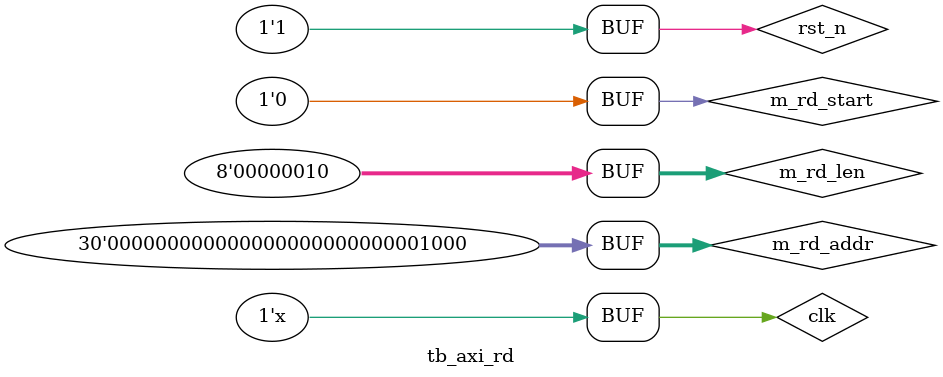
<source format=v>
`timescale 1ns / 1ps


module tb_axi_rd(
        
    );
    //时钟、复位
    reg clk, rst_n;
    
    //主机用户端
    reg         m_rd_start         ; //开始读信号
    wire [29:0] m_rd_addr          ; //读首地址
    wire [63:0] m_rd_data          ; //读出的数据
    wire [7:0]  m_rd_len           ; //突发传输长度
    wire        m_rd_done          ; //读完成标志
    wire        m_rd_ready         ; //准备好读标志
    wire        m_axi_r_handshake  ; //读通道成功握手
    
    //从机用户端
    wire [29:0] s_rd_addr          ; //读首地址
    reg  [63:0] s_rd_data          ; //需要读的数据
    wire        s_rd_en            ; //读存储器使能
    wire [7:0]  s_rd_len           ; //突发传输长度
    wire        s_rd_done          ; //从机读完成标志
    

    //AXI4读地址通道
    wire [3:0]  axi_arid           ; 
    wire [29:0] axi_araddr         ;
    wire [7:0]  axi_arlen          ; //突发传输长度
    wire [2:0]  axi_arsize         ; //突发传输大小(Byte)
    wire [1:0]  axi_arburst        ; //突发类型
    wire        axi_arlock         ; 
    wire [3:0]  axi_arcache        ; 
    wire [2:0]  axi_arprot         ;
    wire [3:0]  axi_arqos          ;
    wire        axi_arvalid        ; //读地址valid
    wire        axi_arready        ; //从机准备接收读地址
    
    //读数据通道
    wire [63:0] axi_rdata          ; //读数据
    wire [1:0]  axi_rresp          ; //收到的读响应
    wire        axi_rlast          ; //最后一个数据标志
    wire        axi_rvalid         ; //读数据有效标志
    wire        axi_rready         ; //主机发出的读数据ready

    //时钟、复位、读开始信号
    initial begin
        clk = 1'b1;
        rst_n <= 1'b0;
        m_rd_start <= 1'b0;
    #20
        rst_n <= 1'b1;
    #600
        m_rd_start <= 1'b1; //发起一次rd_start信号
    #60
        m_rd_start <= 1'b0;
    #3000
        m_rd_start <= 1'b1; //再发起一次rd_start信号
    #20
        m_rd_start <= 1'b0;
    end
    
    
    always#10 clk = ~clk;
    
    //模拟存储器读数据
    //s_rd_data
    always@(posedge clk or negedge rst_n) begin
        if(!rst_n) begin
            s_rd_data <= 64'd0;
        end else if(s_rd_en) begin  //收到读存储器使能时数据自增
            s_rd_data <= s_rd_data + 64'd1;
        end else begin
            s_rd_data <= s_rd_data;
        end
    end
    
    //读参数赋值
    assign m_rd_addr = 30'd8;
    assign m_rd_len  = 8'd2; //突发长度是m_rd_len+1


    //读主机
    axi_master_rd axi_master_rd_inst(
        //用户端
        .clk              (clk              ),
        .rst_n            (rst_n            ),
        .rd_start         (m_rd_start       ), //开始读信号
        .rd_addr          (m_rd_addr        ), //读首地址
        .rd_data          (m_rd_data        ), //读出的数据
        .rd_len           (m_rd_len         ), //突发传输长度
        .rd_done          (m_rd_done        ), //读完成标志
        .rd_ready         (m_rd_ready       ), //准备好读标志
        .m_axi_r_handshake(m_axi_r_handshake), //读通道成功握手
        
        //AXI4读地址通道
        .m_axi_arid       (axi_arid         ), 
        .m_axi_araddr     (axi_araddr       ),
        .m_axi_arlen      (axi_arlen        ), //突发传输长度
        .m_axi_arsize     (axi_arsize       ), //突发传输大小(Byte)
        .m_axi_arburst    (axi_arburst      ), //突发类型
        .m_axi_arlock     (axi_arlock       ), 
        .m_axi_arcache    (axi_arcache      ), 
        .m_axi_arprot     (axi_arprot       ),
        .m_axi_arqos      (axi_arqos        ),
        .m_axi_arvalid    (axi_arvalid      ), //读地址valid
        .m_axi_arready    (axi_arready      ), //从机准备接收读地址
        
        //读数据通道
        .m_axi_rdata      (axi_rdata        ), //读数据
        .m_axi_rresp      (axi_rresp        ), //收到的读响应
        .m_axi_rlast      (axi_rlast        ), //最后一个数据标志
        .m_axi_rvalid     (axi_rvalid       ), //读数据有效标志
        .m_axi_rready     (axi_rready       )  //主机发出的读数据ready
    );
    
    //读从机
    axi_slave_rd axi_slave_rd_inst(
        //用户端
        .clk              (clk              ),
        .rst_n            (rst_n            ),
        .rd_addr          (s_rd_addr        ), //读首地址
        .rd_data          (s_rd_data        ), //需要读的数据
        .rd_en            (s_rd_en          ), //读存储器使能
        .rd_len           (s_rd_len         ), //突发传输长度
        .rd_done          (s_rd_done        ), //从机读完成标志
        
        //AXI4读地址通道
        .s_axi_arid       (axi_arid         ), 
        .s_axi_araddr     (axi_araddr       ),
        .s_axi_arlen      (axi_arlen        ), //突发传输长度
        .s_axi_arsize     (axi_arsize       ), //突发传输大小(Byte)
        .s_axi_arburst    (axi_arburst      ), //突发类型
        .s_axi_arlock     (axi_arlock       ), 
        .s_axi_arcache    (axi_arcache      ), 
        .s_axi_arprot     (axi_arprot       ),
        .s_axi_arqos      (axi_arqos        ),
        .s_axi_arvalid    (axi_arvalid      ), //读地址valid
        .s_axi_arready    (axi_arready      ), //从机准备接收读地址
        
        //读数据通道
        .s_axi_rdata      (axi_rdata        ), //读数据
        .s_axi_rresp      (axi_rresp        ), //收到的读响应
        .s_axi_rlast      (axi_rlast        ), //最后一个数据标志
        .s_axi_rvalid     (axi_rvalid       ), //读数据有效标志
        .s_axi_rready     (axi_rready       )  //主机发出的读数据ready
    );
endmodule

</source>
